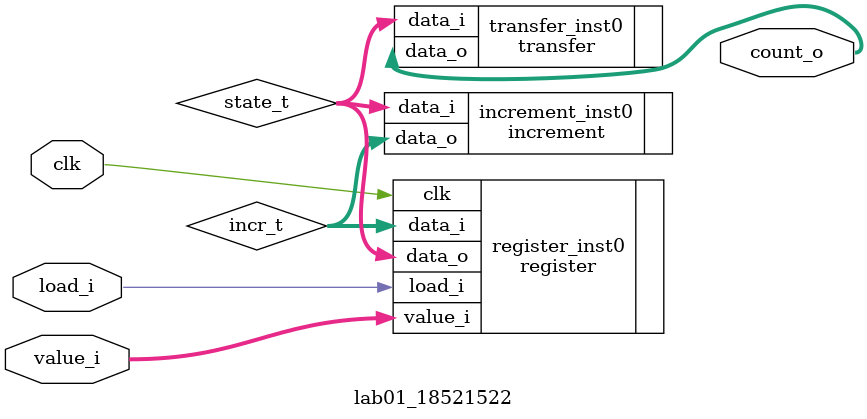
<source format=v>
/*module lab01_18521522(clk, count_o);
	input clk;
	output [3:0] count_o;
	
	wire clk;
	wire [3:0] data_o;
	
	// declare internal signal
	wire [2:0] incr_t; 
	wire [2:0] state_t;
	
	register register_inst0(
	.clk(clk),
	.data_i(incr_t),
	.data_o(state_t)
	);
	
	increment increment_inst0(
	.data_i(state_t),
	.data_o(incr_t)
	);
	
	transfer transfer_inst0(
	.data_i(state_t),
	.data_o(count_o)
	);
endmodule*/


// co nap gia tri, khi load = 1 thi output = gia tri nap
module lab01_18521522(clk, load_i, value_i, count_o);
	input clk;
	input load_i;
	input [3:0] value_i;
	// input [2:0] data_i;
	output [3:0] count_o;
	
	wire clk;
	wire load_i;
	wire [3:0] value_i ;
	wire [3:0] count_o;
	
	// declare internal signal
	wire [2:0] incr_t; 
	wire [2:0] state_t;
	
	register register_inst0(
	.clk(clk),
	.value_i(value_i),
	.load_i(load_i),
	.data_i(incr_t),
	.data_o(state_t)
	);
	
	increment increment_inst0(
	.data_i(state_t),
	.data_o(incr_t)
	);
	
	transfer transfer_inst0(
	.data_i(state_t),
	.data_o(count_o)
	);
endmodule
</source>
